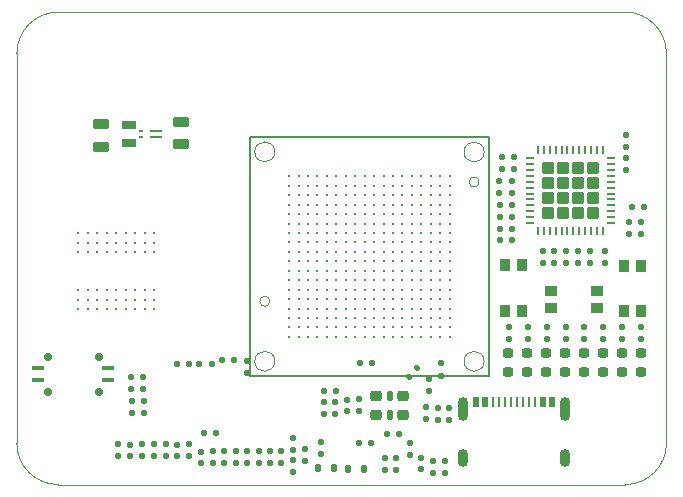
<source format=gtp>
G04 #@! TF.GenerationSoftware,KiCad,Pcbnew,9.0.2+dfsg-1*
G04 #@! TF.CreationDate,2025-08-15T17:40:47+02:00*
G04 #@! TF.ProjectId,ulx5m-gs,756c7835-6d2d-4677-932e-6b696361645f,rev?*
G04 #@! TF.SameCoordinates,Original*
G04 #@! TF.FileFunction,Paste,Top*
G04 #@! TF.FilePolarity,Positive*
%FSLAX46Y46*%
G04 Gerber Fmt 4.6, Leading zero omitted, Abs format (unit mm)*
G04 Created by KiCad (PCBNEW 9.0.2+dfsg-1) date 2025-08-15 17:40:47*
%MOMM*%
%LPD*%
G01*
G04 APERTURE LIST*
G04 Aperture macros list*
%AMRoundRect*
0 Rectangle with rounded corners*
0 $1 Rounding radius*
0 $2 $3 $4 $5 $6 $7 $8 $9 X,Y pos of 4 corners*
0 Add a 4 corners polygon primitive as box body*
4,1,4,$2,$3,$4,$5,$6,$7,$8,$9,$2,$3,0*
0 Add four circle primitives for the rounded corners*
1,1,$1+$1,$2,$3*
1,1,$1+$1,$4,$5*
1,1,$1+$1,$6,$7*
1,1,$1+$1,$8,$9*
0 Add four rect primitives between the rounded corners*
20,1,$1+$1,$2,$3,$4,$5,0*
20,1,$1+$1,$4,$5,$6,$7,0*
20,1,$1+$1,$6,$7,$8,$9,0*
20,1,$1+$1,$8,$9,$2,$3,0*%
G04 Aperture macros list end*
%ADD10C,0.150000*%
%ADD11C,0.100000*%
%ADD12RoundRect,0.110000X0.160000X-0.110000X0.160000X0.110000X-0.160000X0.110000X-0.160000X-0.110000X0*%
%ADD13RoundRect,0.110000X0.110000X0.160000X-0.110000X0.160000X-0.110000X-0.160000X0.110000X-0.160000X0*%
%ADD14RoundRect,0.115000X-0.145000X0.115000X-0.145000X-0.115000X0.145000X-0.115000X0.145000X0.115000X0*%
%ADD15RoundRect,0.193750X-0.231250X0.193750X-0.231250X-0.193750X0.231250X-0.193750X0.231250X0.193750X0*%
%ADD16RoundRect,0.115000X0.145000X-0.115000X0.145000X0.115000X-0.145000X0.115000X-0.145000X-0.115000X0*%
%ADD17C,0.300000*%
%ADD18R,1.050000X0.950000*%
%ADD19RoundRect,0.110000X-0.160000X0.110000X-0.160000X-0.110000X0.160000X-0.110000X0.160000X0.110000X0*%
%ADD20RoundRect,0.225000X0.450000X-0.225000X0.450000X0.225000X-0.450000X0.225000X-0.450000X-0.225000X0*%
%ADD21RoundRect,0.110000X-0.110000X-0.160000X0.110000X-0.160000X0.110000X0.160000X-0.110000X0.160000X0*%
%ADD22RoundRect,0.110000X-0.035355X0.190919X-0.190919X0.035355X0.035355X-0.190919X0.190919X-0.035355X0*%
%ADD23RoundRect,0.125000X0.125000X0.175000X-0.125000X0.175000X-0.125000X-0.175000X0.125000X-0.175000X0*%
%ADD24RoundRect,0.122500X0.147500X-0.122500X0.147500X0.122500X-0.147500X0.122500X-0.147500X-0.122500X0*%
%ADD25R,0.200000X0.900000*%
%ADD26R,0.500000X0.900000*%
%ADD27O,0.900000X1.500000*%
%ADD28O,0.900000X2.000000*%
%ADD29R,0.950000X1.050000*%
%ADD30RoundRect,0.250000X-0.270000X0.270000X-0.270000X-0.270000X0.270000X-0.270000X0.270000X0.270000X0*%
%ADD31RoundRect,0.037500X-0.037500X0.350000X-0.037500X-0.350000X0.037500X-0.350000X0.037500X0.350000X0*%
%ADD32RoundRect,0.037500X-0.350000X0.037500X-0.350000X-0.037500X0.350000X-0.037500X0.350000X0.037500X0*%
%ADD33RoundRect,0.225000X-0.250000X0.225000X-0.250000X-0.225000X0.250000X-0.225000X0.250000X0.225000X0*%
%ADD34RoundRect,0.137500X-0.137500X0.312500X-0.137500X-0.312500X0.137500X-0.312500X0.137500X0.312500X0*%
%ADD35RoundRect,0.100000X0.450000X0.100000X-0.450000X0.100000X-0.450000X-0.100000X0.450000X-0.100000X0*%
%ADD36RoundRect,0.150000X0.150000X0.150000X-0.150000X0.150000X-0.150000X-0.150000X0.150000X-0.150000X0*%
%ADD37R,0.103200X0.712800*%
%ADD38R,0.103200X0.408000*%
%ADD39R,0.992200X0.154000*%
%ADD40R,0.408000X0.154000*%
G04 #@! TA.AperFunction,Profile*
%ADD41C,0.100000*%
G04 #@! TD*
G04 APERTURE END LIST*
D10*
X78947500Y-68067500D02*
X99172500Y-68067500D01*
X99172500Y-88292500D01*
X78947500Y-88292500D01*
X78947500Y-68067500D01*
D11*
X69176602Y-67325000D02*
X68073401Y-67325000D01*
X68073401Y-66727000D01*
X69176602Y-66727000D01*
X69176602Y-67325000D01*
G36*
X69176602Y-67325000D02*
G01*
X68073401Y-67325000D01*
X68073401Y-66727000D01*
X69176602Y-66727000D01*
X69176602Y-67325000D01*
G37*
X69176602Y-68823000D02*
X68073401Y-68823000D01*
X68073401Y-68225000D01*
X69176602Y-68225000D01*
X69176602Y-68823000D01*
G36*
X69176602Y-68823000D02*
G01*
X68073401Y-68823000D01*
X68073401Y-68225000D01*
X69176602Y-68225000D01*
X69176602Y-68823000D01*
G37*
D12*
X73810000Y-95090000D03*
X73810000Y-94070000D03*
D13*
X101270000Y-70740000D03*
X100250000Y-70740000D03*
D14*
X93870000Y-90930000D03*
X93870000Y-91890000D03*
D15*
X107230000Y-86352500D03*
X107230000Y-87927500D03*
D16*
X76760000Y-95630000D03*
X76760000Y-94670000D03*
D17*
X82260000Y-71380000D03*
X83060000Y-71380000D03*
X83860000Y-71380000D03*
X84660000Y-71380000D03*
X85460000Y-71380000D03*
X86260000Y-71380000D03*
X87060000Y-71380000D03*
X87860000Y-71380000D03*
X88660000Y-71380000D03*
X89460000Y-71380000D03*
X90260000Y-71380000D03*
X91060000Y-71380000D03*
X91860000Y-71380000D03*
X92660000Y-71380000D03*
X93460000Y-71380000D03*
X94260000Y-71380000D03*
X95060000Y-71380000D03*
X95860000Y-71380000D03*
X82260000Y-72180000D03*
X83060000Y-72180000D03*
X83860000Y-72180000D03*
X84660000Y-72180000D03*
X85460000Y-72180000D03*
X86260000Y-72180000D03*
X87060000Y-72180000D03*
X87860000Y-72180000D03*
X88660000Y-72180000D03*
X89460000Y-72180000D03*
X90260000Y-72180000D03*
X91060000Y-72180000D03*
X91860000Y-72180000D03*
X92660000Y-72180000D03*
X93460000Y-72180000D03*
X94260000Y-72180000D03*
X95060000Y-72180000D03*
X95860000Y-72180000D03*
X82260000Y-72980000D03*
X83060000Y-72980000D03*
X83860000Y-72980000D03*
X84660000Y-72980000D03*
X85460000Y-72980000D03*
X86260000Y-72980000D03*
X87060000Y-72980000D03*
X87860000Y-72980000D03*
X88660000Y-72980000D03*
X89460000Y-72980000D03*
X90260000Y-72980000D03*
X91060000Y-72980000D03*
X91860000Y-72980000D03*
X92660000Y-72980000D03*
X93460000Y-72980000D03*
X94260000Y-72980000D03*
X95060000Y-72980000D03*
X95860000Y-72980000D03*
X82260000Y-73780000D03*
X83060000Y-73780000D03*
X83860000Y-73780000D03*
X84660000Y-73780000D03*
X85460000Y-73780000D03*
X86260000Y-73780000D03*
X87060000Y-73780000D03*
X87860000Y-73780000D03*
X88660000Y-73780000D03*
X89460000Y-73780000D03*
X90260000Y-73780000D03*
X91060000Y-73780000D03*
X91860000Y-73780000D03*
X92660000Y-73780000D03*
X93460000Y-73780000D03*
X94260000Y-73780000D03*
X95060000Y-73780000D03*
X95860000Y-73780000D03*
X82260000Y-74580000D03*
X83060000Y-74580000D03*
X83860000Y-74580000D03*
X84660000Y-74580000D03*
X85460000Y-74580000D03*
X86260000Y-74580000D03*
X87060000Y-74580000D03*
X87860000Y-74580000D03*
X88660000Y-74580000D03*
X89460000Y-74580000D03*
X90260000Y-74580000D03*
X91060000Y-74580000D03*
X91860000Y-74580000D03*
X92660000Y-74580000D03*
X93460000Y-74580000D03*
X94260000Y-74580000D03*
X95060000Y-74580000D03*
X95860000Y-74580000D03*
X82260000Y-75380000D03*
X83060000Y-75380000D03*
X83860000Y-75380000D03*
X84660000Y-75380000D03*
X85460000Y-75380000D03*
X86260000Y-75380000D03*
X87060000Y-75380000D03*
X87860000Y-75380000D03*
X88660000Y-75380000D03*
X89460000Y-75380000D03*
X90260000Y-75380000D03*
X91060000Y-75380000D03*
X91860000Y-75380000D03*
X92660000Y-75380000D03*
X93460000Y-75380000D03*
X94260000Y-75380000D03*
X95060000Y-75380000D03*
X95860000Y-75380000D03*
X82260000Y-76180000D03*
X83060000Y-76180000D03*
X83860000Y-76180000D03*
X84660000Y-76180000D03*
X85460000Y-76180000D03*
X86260000Y-76180000D03*
X87060000Y-76180000D03*
X87860000Y-76180000D03*
X88660000Y-76180000D03*
X89460000Y-76180000D03*
X90260000Y-76180000D03*
X91060000Y-76180000D03*
X91860000Y-76180000D03*
X92660000Y-76180000D03*
X93460000Y-76180000D03*
X94260000Y-76180000D03*
X95060000Y-76180000D03*
X95860000Y-76180000D03*
X82260000Y-76980000D03*
X83060000Y-76980000D03*
X83860000Y-76980000D03*
X84660000Y-76980000D03*
X85460000Y-76980000D03*
X86260000Y-76980000D03*
X87060000Y-76980000D03*
X87860000Y-76980000D03*
X88660000Y-76980000D03*
X89460000Y-76980000D03*
X90260000Y-76980000D03*
X91060000Y-76980000D03*
X91860000Y-76980000D03*
X92660000Y-76980000D03*
X93460000Y-76980000D03*
X94260000Y-76980000D03*
X95060000Y-76980000D03*
X95860000Y-76980000D03*
X82260000Y-77780000D03*
X83060000Y-77780000D03*
X83860000Y-77780000D03*
X84660000Y-77780000D03*
X85460000Y-77780000D03*
X86260000Y-77780000D03*
X87060000Y-77780000D03*
X87860000Y-77780000D03*
X88660000Y-77780000D03*
X89460000Y-77780000D03*
X90260000Y-77780000D03*
X91060000Y-77780000D03*
X91860000Y-77780000D03*
X92660000Y-77780000D03*
X93460000Y-77780000D03*
X94260000Y-77780000D03*
X95060000Y-77780000D03*
X95860000Y-77780000D03*
X82260000Y-78580000D03*
X83060000Y-78580000D03*
X83860000Y-78580000D03*
X84660000Y-78580000D03*
X85460000Y-78580000D03*
X86260000Y-78580000D03*
X87060000Y-78580000D03*
X87860000Y-78580000D03*
X88660000Y-78580000D03*
X89460000Y-78580000D03*
X90260000Y-78580000D03*
X91060000Y-78580000D03*
X91860000Y-78580000D03*
X92660000Y-78580000D03*
X93460000Y-78580000D03*
X94260000Y-78580000D03*
X95060000Y-78580000D03*
X95860000Y-78580000D03*
X82260000Y-79380000D03*
X83060000Y-79380000D03*
X83860000Y-79380000D03*
X84660000Y-79380000D03*
X85460000Y-79380000D03*
X86260000Y-79380000D03*
X87060000Y-79380000D03*
X87860000Y-79380000D03*
X88660000Y-79380000D03*
X89460000Y-79380000D03*
X90260000Y-79380000D03*
X91060000Y-79380000D03*
X91860000Y-79380000D03*
X92660000Y-79380000D03*
X93460000Y-79380000D03*
X94260000Y-79380000D03*
X95060000Y-79380000D03*
X95860000Y-79380000D03*
X82260000Y-80180000D03*
X83060000Y-80180000D03*
X83860000Y-80180000D03*
X84660000Y-80180000D03*
X85460000Y-80180000D03*
X86260000Y-80180000D03*
X87060000Y-80180000D03*
X87860000Y-80180000D03*
X88660000Y-80180000D03*
X89460000Y-80180000D03*
X90260000Y-80180000D03*
X91060000Y-80180000D03*
X91860000Y-80180000D03*
X92660000Y-80180000D03*
X93460000Y-80180000D03*
X94260000Y-80180000D03*
X95060000Y-80180000D03*
X95860000Y-80180000D03*
X82260000Y-80980000D03*
X83060000Y-80980000D03*
X83860000Y-80980000D03*
X84660000Y-80980000D03*
X85460000Y-80980000D03*
X86260000Y-80980000D03*
X87060000Y-80980000D03*
X87860000Y-80980000D03*
X88660000Y-80980000D03*
X89460000Y-80980000D03*
X90260000Y-80980000D03*
X91060000Y-80980000D03*
X91860000Y-80980000D03*
X92660000Y-80980000D03*
X93460000Y-80980000D03*
X94260000Y-80980000D03*
X95060000Y-80980000D03*
X95860000Y-80980000D03*
X82260000Y-81780000D03*
X83060000Y-81780000D03*
X83860000Y-81780000D03*
X84660000Y-81780000D03*
X85460000Y-81780000D03*
X86260000Y-81780000D03*
X87060000Y-81780000D03*
X87860000Y-81780000D03*
X88660000Y-81780000D03*
X89460000Y-81780000D03*
X90260000Y-81780000D03*
X91060000Y-81780000D03*
X91860000Y-81780000D03*
X92660000Y-81780000D03*
X93460000Y-81780000D03*
X94260000Y-81780000D03*
X95060000Y-81780000D03*
X95860000Y-81780000D03*
X82260000Y-82580000D03*
X83060000Y-82580000D03*
X83860000Y-82580000D03*
X84660000Y-82580000D03*
X85460000Y-82580000D03*
X86260000Y-82580000D03*
X87060000Y-82580000D03*
X87860000Y-82580000D03*
X88660000Y-82580000D03*
X89460000Y-82580000D03*
X90260000Y-82580000D03*
X91060000Y-82580000D03*
X91860000Y-82580000D03*
X92660000Y-82580000D03*
X93460000Y-82580000D03*
X94260000Y-82580000D03*
X95060000Y-82580000D03*
X95860000Y-82580000D03*
X82260000Y-83380000D03*
X83060000Y-83380000D03*
X83860000Y-83380000D03*
X84660000Y-83380000D03*
X85460000Y-83380000D03*
X86260000Y-83380000D03*
X87060000Y-83380000D03*
X87860000Y-83380000D03*
X88660000Y-83380000D03*
X89460000Y-83380000D03*
X90260000Y-83380000D03*
X91060000Y-83380000D03*
X91860000Y-83380000D03*
X92660000Y-83380000D03*
X93460000Y-83380000D03*
X94260000Y-83380000D03*
X95060000Y-83380000D03*
X95860000Y-83380000D03*
X82260000Y-84180000D03*
X83060000Y-84180000D03*
X83860000Y-84180000D03*
X84660000Y-84180000D03*
X85460000Y-84180000D03*
X86260000Y-84180000D03*
X87060000Y-84180000D03*
X87860000Y-84180000D03*
X88660000Y-84180000D03*
X89460000Y-84180000D03*
X90260000Y-84180000D03*
X91060000Y-84180000D03*
X91860000Y-84180000D03*
X92660000Y-84180000D03*
X93460000Y-84180000D03*
X94260000Y-84180000D03*
X95060000Y-84180000D03*
X95860000Y-84180000D03*
X82260000Y-84980000D03*
X83060000Y-84980000D03*
X83860000Y-84980000D03*
X84660000Y-84980000D03*
X85460000Y-84980000D03*
X86260000Y-84980000D03*
X87060000Y-84980000D03*
X87860000Y-84980000D03*
X88660000Y-84980000D03*
X89460000Y-84980000D03*
X90260000Y-84980000D03*
X91060000Y-84980000D03*
X91860000Y-84980000D03*
X92660000Y-84980000D03*
X93460000Y-84980000D03*
X94260000Y-84980000D03*
X95060000Y-84980000D03*
X95860000Y-84980000D03*
D16*
X81610000Y-95630000D03*
X81610000Y-94670000D03*
D13*
X112045000Y-75290000D03*
X111025000Y-75290000D03*
D15*
X112030000Y-86352500D03*
X112030000Y-87927500D03*
D16*
X87160000Y-91240000D03*
X87160000Y-90280000D03*
D18*
X108298748Y-82540000D03*
X104448748Y-82540000D03*
X108298748Y-81090000D03*
X104448748Y-81090000D03*
D12*
X105670000Y-85157500D03*
X105670000Y-84137500D03*
D14*
X90370000Y-95250000D03*
X90370000Y-96210000D03*
D19*
X95430000Y-95500000D03*
X95430000Y-96520000D03*
D20*
X66355000Y-68860000D03*
X66355000Y-66960000D03*
D19*
X103715000Y-77690000D03*
X103715000Y-78710000D03*
D21*
X88260000Y-87210000D03*
X89280000Y-87210000D03*
D13*
X73750000Y-87280000D03*
X72730000Y-87280000D03*
D19*
X110775000Y-69820000D03*
X110775000Y-70840000D03*
X95150000Y-87230000D03*
X95150000Y-88250000D03*
D16*
X80640000Y-95630000D03*
X80640000Y-94670000D03*
D19*
X78660000Y-87030000D03*
X78660000Y-88050000D03*
D12*
X107260000Y-85157500D03*
X107260000Y-84137500D03*
D16*
X77730000Y-95630000D03*
X77730000Y-94670000D03*
D21*
X88140000Y-93990000D03*
X89160000Y-93990000D03*
D20*
X73105000Y-68660000D03*
X73105000Y-66760000D03*
D12*
X104080000Y-85157500D03*
X104080000Y-84137500D03*
D15*
X100830000Y-86352500D03*
X100830000Y-87927500D03*
D17*
X70821722Y-76220000D03*
X70821722Y-77020000D03*
X70821722Y-77820000D03*
X70821722Y-81020000D03*
X70821722Y-81820000D03*
X70821722Y-82620000D03*
X70021722Y-76220000D03*
X70021722Y-77020000D03*
X70021722Y-77820000D03*
X70021722Y-81020000D03*
X70021722Y-81820000D03*
X70021722Y-82620000D03*
X69221722Y-76220000D03*
X69221722Y-77020000D03*
X69221722Y-77820000D03*
X69221722Y-81020000D03*
X69221722Y-81820000D03*
X69221722Y-82620000D03*
X68421722Y-76220000D03*
X68421722Y-77020000D03*
X68421722Y-77820000D03*
X68421722Y-81020000D03*
X68421722Y-81820000D03*
X68421722Y-82620000D03*
X67621722Y-76220000D03*
X67621722Y-77020000D03*
X67621722Y-77820000D03*
X67621722Y-81020000D03*
X67621722Y-81820000D03*
X67621722Y-82620000D03*
X66821722Y-76220000D03*
X66821722Y-77020000D03*
X66821722Y-77820000D03*
X66821722Y-81020000D03*
X66821722Y-81820000D03*
X66821722Y-82620000D03*
X66021722Y-76220000D03*
X66021722Y-77020000D03*
X66021722Y-77820000D03*
X66021722Y-81020000D03*
X66021722Y-81820000D03*
X66021722Y-82620000D03*
X65221722Y-76220000D03*
X65221722Y-77020000D03*
X65221722Y-77820000D03*
X65221722Y-81020000D03*
X65221722Y-81820000D03*
X65221722Y-82620000D03*
X64421722Y-76220000D03*
X64421722Y-77020000D03*
X64421722Y-77820000D03*
X64421722Y-81020000D03*
X64421722Y-81820000D03*
X64421722Y-82620000D03*
D15*
X102430000Y-86352500D03*
X102430000Y-87927500D03*
D16*
X74810000Y-95650000D03*
X74810000Y-94690000D03*
D14*
X93440000Y-95230000D03*
X93440000Y-96190000D03*
D22*
X93090624Y-87649376D03*
X92369376Y-88370624D03*
D15*
X105630000Y-86352500D03*
X105630000Y-87927500D03*
D23*
X87220000Y-96130000D03*
X88620000Y-96130000D03*
D24*
X72810000Y-95067500D03*
X72810000Y-94097500D03*
D19*
X71814887Y-94072128D03*
X71814887Y-95092128D03*
D12*
X100900000Y-85157500D03*
X100900000Y-84137500D03*
D15*
X110430000Y-86352500D03*
X110430000Y-87927500D03*
X108830000Y-86352500D03*
X108830000Y-87927500D03*
D21*
X90540000Y-93180000D03*
X91560000Y-93180000D03*
D12*
X110440000Y-85157500D03*
X110440000Y-84137500D03*
D14*
X91310000Y-95250000D03*
X91310000Y-96210000D03*
D16*
X82580000Y-94530000D03*
X82580000Y-93570000D03*
D13*
X86220000Y-89580000D03*
X85200000Y-89580000D03*
D25*
X100050000Y-90513750D03*
X101050000Y-90513750D03*
X101550000Y-90513750D03*
X102550000Y-90513750D03*
X103050000Y-90513750D03*
X102050000Y-90513750D03*
X100550000Y-90513750D03*
X99550000Y-90513750D03*
D26*
X98075000Y-90513750D03*
X104525000Y-90513750D03*
D27*
X96982000Y-95268750D03*
D28*
X96982000Y-91088750D03*
X105618000Y-91088750D03*
D27*
X105618000Y-95268750D03*
D26*
X98850000Y-90513750D03*
X103750000Y-90513750D03*
D19*
X83580000Y-94480000D03*
X83580000Y-95500000D03*
D13*
X112045000Y-76300000D03*
X111025000Y-76300000D03*
X101120000Y-74810000D03*
X100100000Y-74810000D03*
D19*
X82590000Y-95430000D03*
X82590000Y-96450000D03*
X105725000Y-77680000D03*
X105725000Y-78700000D03*
D13*
X101120000Y-76810000D03*
X100100000Y-76810000D03*
D14*
X85210000Y-90530000D03*
X85210000Y-91490000D03*
D13*
X101090000Y-72810000D03*
X100070000Y-72810000D03*
D19*
X70784887Y-94072128D03*
X70784887Y-95092128D03*
D24*
X68760000Y-95070000D03*
X68760000Y-94100000D03*
D13*
X101270000Y-69740000D03*
X100250000Y-69740000D03*
D19*
X110775000Y-67900000D03*
X110775000Y-68920000D03*
X106725000Y-77680000D03*
X106725000Y-78700000D03*
D29*
X112065000Y-78945000D03*
X112065000Y-82795000D03*
X110615000Y-78945000D03*
X110615000Y-82795000D03*
D16*
X88140000Y-91230000D03*
X88140000Y-90270000D03*
D19*
X109005000Y-77690000D03*
X109005000Y-78710000D03*
D14*
X86180000Y-90530000D03*
X86180000Y-91490000D03*
D13*
X101090000Y-71810000D03*
X100070000Y-71810000D03*
D12*
X95780000Y-92000000D03*
X95780000Y-90980000D03*
X94840000Y-92000000D03*
X94840000Y-90980000D03*
D19*
X67760000Y-94070000D03*
X67760000Y-95090000D03*
D21*
X68920000Y-90390000D03*
X69940000Y-90390000D03*
X68880000Y-89380000D03*
X69900000Y-89380000D03*
D19*
X107725000Y-77690000D03*
X107725000Y-78710000D03*
D23*
X84680000Y-96120000D03*
X86080000Y-96120000D03*
D19*
X84970000Y-93850000D03*
X84970000Y-94870000D03*
D12*
X108850000Y-85157500D03*
X108850000Y-84137500D03*
X102490000Y-85157500D03*
X102490000Y-84137500D03*
D30*
X108007500Y-70655000D03*
X106717500Y-70655000D03*
X105427500Y-70655000D03*
X104137500Y-70655000D03*
X108007500Y-71945000D03*
X106717500Y-71945000D03*
X105427500Y-71945000D03*
X104137500Y-71945000D03*
X108007500Y-73235000D03*
X106717500Y-73235000D03*
X105427500Y-73235000D03*
X104137500Y-73235000D03*
X108007500Y-74525000D03*
X106717500Y-74525000D03*
X105427500Y-74525000D03*
X104137500Y-74525000D03*
D31*
X108822500Y-69152500D03*
X108322500Y-69152500D03*
X107822500Y-69152500D03*
X107322500Y-69152500D03*
X106822500Y-69152500D03*
X106322500Y-69152500D03*
X105822500Y-69152500D03*
X105322500Y-69152500D03*
X104822500Y-69152500D03*
X104322500Y-69152500D03*
X103822500Y-69152500D03*
X103322500Y-69152500D03*
D32*
X102635000Y-69840000D03*
X102635000Y-70340000D03*
X102635000Y-70840000D03*
X102635000Y-71340000D03*
X102635000Y-71840000D03*
X102635000Y-72340000D03*
X102635000Y-72840000D03*
X102635000Y-73340000D03*
X102635000Y-73840000D03*
X102635000Y-74340000D03*
X102635000Y-74840000D03*
X102635000Y-75340000D03*
D31*
X103322500Y-76027500D03*
X103822500Y-76027500D03*
X104322500Y-76027500D03*
X104822500Y-76027500D03*
X105322500Y-76027500D03*
X105822500Y-76027500D03*
X106322500Y-76027500D03*
X106822500Y-76027500D03*
X107322500Y-76027500D03*
X107822500Y-76027500D03*
X108322500Y-76027500D03*
X108822500Y-76027500D03*
D32*
X109510000Y-75340000D03*
X109510000Y-74840000D03*
X109510000Y-74340000D03*
X109510000Y-73840000D03*
X109510000Y-73340000D03*
X109510000Y-72840000D03*
X109510000Y-72340000D03*
X109510000Y-71840000D03*
X109510000Y-71340000D03*
X109510000Y-70840000D03*
X109510000Y-70340000D03*
X109510000Y-69840000D03*
D33*
X91905000Y-89970000D03*
D34*
X90780000Y-89970000D03*
D33*
X89655000Y-89970000D03*
X89655000Y-91570000D03*
D34*
X90780000Y-91570000D03*
D33*
X91905000Y-91570000D03*
D29*
X101955000Y-78905000D03*
X101955000Y-82755000D03*
X100505000Y-78905000D03*
X100505000Y-82755000D03*
D12*
X94430000Y-96510000D03*
X94430000Y-95490000D03*
D35*
X66940000Y-88640000D03*
X66940000Y-87640000D03*
X61040000Y-87640000D03*
X61040000Y-88640000D03*
D36*
X66140000Y-89640000D03*
X66140000Y-86640000D03*
X61840000Y-89640000D03*
X61840000Y-86640000D03*
D19*
X69770000Y-94070000D03*
X69770000Y-95090000D03*
D16*
X78690000Y-95630000D03*
X78690000Y-94670000D03*
D13*
X69940000Y-91410000D03*
X68920000Y-91410000D03*
D16*
X75780000Y-95640000D03*
X75780000Y-94680000D03*
D13*
X101120000Y-75810000D03*
X100100000Y-75810000D03*
X101120000Y-73810000D03*
X100100000Y-73810000D03*
X77620000Y-86970000D03*
X76600000Y-86970000D03*
X69890000Y-88370000D03*
X68870000Y-88370000D03*
D12*
X112030000Y-85157500D03*
X112030000Y-84137500D03*
D19*
X94140000Y-88530000D03*
X94140000Y-89550000D03*
D21*
X75040000Y-93090000D03*
X76060000Y-93090000D03*
D19*
X104715000Y-77690000D03*
X104715000Y-78710000D03*
D13*
X75690000Y-87270000D03*
X74670000Y-87270000D03*
D15*
X104030000Y-86352500D03*
X104030000Y-87927500D03*
D37*
X70875001Y-66625000D03*
X70425002Y-66625000D03*
X69975000Y-66625000D03*
X69525001Y-66625000D03*
D38*
X69075002Y-66473000D03*
X68625000Y-66473000D03*
X68175001Y-66473000D03*
X68175001Y-69077000D03*
X68625000Y-69077000D03*
X69075002Y-69077000D03*
D37*
X69525001Y-68925000D03*
X69975000Y-68925000D03*
X70425002Y-68925000D03*
X70875001Y-68925000D03*
D39*
X71025001Y-68025000D03*
X71025001Y-67525000D03*
D40*
X69750002Y-67525000D03*
X69750002Y-68025000D03*
D16*
X79670000Y-95630000D03*
X79670000Y-94670000D03*
D13*
X112335000Y-73950000D03*
X111315000Y-73950000D03*
D14*
X92460000Y-94000000D03*
X92460000Y-94960000D03*
D41*
X62710000Y-57480000D02*
X110710000Y-57480000D01*
X98772500Y-87042500D02*
G75*
G02*
X97072500Y-87042500I-850000J0D01*
G01*
X97072500Y-87042500D02*
G75*
G02*
X98772500Y-87042500I850000J0D01*
G01*
X62710000Y-97480000D02*
X110710000Y-97480000D01*
X114210000Y-93980000D02*
G75*
G02*
X110710000Y-97480000I-3500000J0D01*
G01*
X110710000Y-57480000D02*
G75*
G02*
X114210000Y-60980000I0J-3500000D01*
G01*
X114210000Y-93980000D02*
X114210000Y-60980000D01*
X81047500Y-69317500D02*
G75*
G02*
X79347500Y-69317500I-850000J0D01*
G01*
X79347500Y-69317500D02*
G75*
G02*
X81047500Y-69317500I850000J0D01*
G01*
X59210000Y-60980000D02*
G75*
G02*
X62710000Y-57480000I3500000J0D01*
G01*
X80622500Y-81962500D02*
G75*
G02*
X79772500Y-81962500I-425000J0D01*
G01*
X79772500Y-81962500D02*
G75*
G02*
X80622500Y-81962500I425000J0D01*
G01*
X98347500Y-71857500D02*
G75*
G02*
X97497500Y-71857500I-425000J0D01*
G01*
X97497500Y-71857500D02*
G75*
G02*
X98347500Y-71857500I425000J0D01*
G01*
X62710000Y-97480000D02*
G75*
G02*
X59210000Y-93980000I0J3500000D01*
G01*
X81047500Y-87042500D02*
G75*
G02*
X79347500Y-87042500I-850000J0D01*
G01*
X79347500Y-87042500D02*
G75*
G02*
X81047500Y-87042500I850000J0D01*
G01*
X98772500Y-69317500D02*
G75*
G02*
X97072500Y-69317500I-850000J0D01*
G01*
X97072500Y-69317500D02*
G75*
G02*
X98772500Y-69317500I850000J0D01*
G01*
X59210000Y-60980000D02*
X59210000Y-93980000D01*
M02*

</source>
